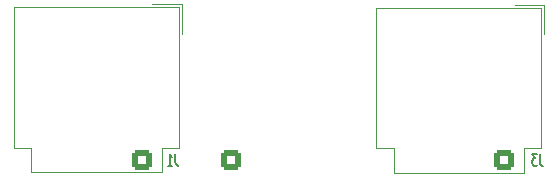
<source format=gbo>
%TF.GenerationSoftware,KiCad,Pcbnew,9.0.1*%
%TF.CreationDate,2025-06-09T14:32:15-07:00*%
%TF.ProjectId,chop-controller-heat-v2,63686f70-2d63-46f6-9e74-726f6c6c6572,rev?*%
%TF.SameCoordinates,Original*%
%TF.FileFunction,Legend,Bot*%
%TF.FilePolarity,Positive*%
%FSLAX46Y46*%
G04 Gerber Fmt 4.6, Leading zero omitted, Abs format (unit mm)*
G04 Created by KiCad (PCBNEW 9.0.1) date 2025-06-09 14:32:15*
%MOMM*%
%LPD*%
G01*
G04 APERTURE LIST*
G04 Aperture macros list*
%AMRoundRect*
0 Rectangle with rounded corners*
0 $1 Rounding radius*
0 $2 $3 $4 $5 $6 $7 $8 $9 X,Y pos of 4 corners*
0 Add a 4 corners polygon primitive as box body*
4,1,4,$2,$3,$4,$5,$6,$7,$8,$9,$2,$3,0*
0 Add four circle primitives for the rounded corners*
1,1,$1+$1,$2,$3*
1,1,$1+$1,$4,$5*
1,1,$1+$1,$6,$7*
1,1,$1+$1,$8,$9*
0 Add four rect primitives between the rounded corners*
20,1,$1+$1,$2,$3,$4,$5,0*
20,1,$1+$1,$4,$5,$6,$7,0*
20,1,$1+$1,$6,$7,$8,$9,0*
20,1,$1+$1,$8,$9,$2,$3,0*%
G04 Aperture macros list end*
%ADD10C,0.153000*%
%ADD11C,0.120000*%
%ADD12C,1.740000*%
%ADD13RoundRect,0.250560X0.619440X0.619440X-0.619440X0.619440X-0.619440X-0.619440X0.619440X-0.619440X0*%
%ADD14C,3.400000*%
%ADD15RoundRect,0.250560X-0.619440X-0.619440X0.619440X-0.619440X0.619440X0.619440X-0.619440X0.619440X0*%
%ADD16C,1.500000*%
%ADD17RoundRect,0.250001X0.499999X-0.499999X0.499999X0.499999X-0.499999X0.499999X-0.499999X-0.499999X0*%
%ADD18C,3.000000*%
%ADD19RoundRect,0.250001X-0.499999X0.499999X-0.499999X-0.499999X0.499999X-0.499999X0.499999X0.499999X0*%
%ADD20C,3.200000*%
%ADD21R,1.500000X1.050000*%
%ADD22O,1.500000X1.050000*%
%ADD23C,1.440000*%
%ADD24C,2.500000*%
G04 APERTURE END LIST*
D10*
X145314304Y-62433986D02*
X145314304Y-63148271D01*
X145314304Y-63148271D02*
X145345257Y-63291128D01*
X145345257Y-63291128D02*
X145407161Y-63386367D01*
X145407161Y-63386367D02*
X145500019Y-63433986D01*
X145500019Y-63433986D02*
X145561923Y-63433986D01*
X144664304Y-63433986D02*
X145035733Y-63433986D01*
X144850019Y-63433986D02*
X144850019Y-62433986D01*
X144850019Y-62433986D02*
X144911923Y-62576843D01*
X144911923Y-62576843D02*
X144973828Y-62672081D01*
X144973828Y-62672081D02*
X145035733Y-62719700D01*
X176175304Y-62433986D02*
X176175304Y-63148271D01*
X176175304Y-63148271D02*
X176206257Y-63291128D01*
X176206257Y-63291128D02*
X176268161Y-63386367D01*
X176268161Y-63386367D02*
X176361019Y-63433986D01*
X176361019Y-63433986D02*
X176422923Y-63433986D01*
X175927685Y-62433986D02*
X175525304Y-62433986D01*
X175525304Y-62433986D02*
X175741971Y-62814938D01*
X175741971Y-62814938D02*
X175649114Y-62814938D01*
X175649114Y-62814938D02*
X175587209Y-62862557D01*
X175587209Y-62862557D02*
X175556257Y-62910176D01*
X175556257Y-62910176D02*
X175525304Y-63005414D01*
X175525304Y-63005414D02*
X175525304Y-63243509D01*
X175525304Y-63243509D02*
X175556257Y-63338747D01*
X175556257Y-63338747D02*
X175587209Y-63386367D01*
X175587209Y-63386367D02*
X175649114Y-63433986D01*
X175649114Y-63433986D02*
X175834828Y-63433986D01*
X175834828Y-63433986D02*
X175896733Y-63386367D01*
X175896733Y-63386367D02*
X175927685Y-63338747D01*
D11*
%TO.C,J1*%
X145847638Y-49768323D02*
X145847638Y-52268323D01*
X145847638Y-49768323D02*
X143347638Y-49768323D01*
X145617638Y-61903323D02*
X144167638Y-61903323D01*
X145617638Y-50003323D02*
X145617638Y-61903323D01*
X145617638Y-50003323D02*
X131647638Y-50003323D01*
X144167638Y-64003323D02*
X144167638Y-61903323D01*
X144167638Y-64003323D02*
X133097638Y-64003323D01*
X133097638Y-64003323D02*
X133097638Y-61903323D01*
X133097638Y-61903323D02*
X131647638Y-61903323D01*
X131647638Y-50003323D02*
X131647638Y-61903323D01*
%TO.C,J3*%
X176530888Y-49819073D02*
X176530888Y-52319073D01*
X176530888Y-49819073D02*
X174030888Y-49819073D01*
X176300888Y-61954073D02*
X174850888Y-61954073D01*
X176300888Y-50054073D02*
X176300888Y-61954073D01*
X176300888Y-50054073D02*
X162330888Y-50054073D01*
X174850888Y-64054073D02*
X174850888Y-61954073D01*
X174850888Y-64054073D02*
X163780888Y-64054073D01*
X163780888Y-64054073D02*
X163780888Y-61954073D01*
X163780888Y-61954073D02*
X162330888Y-61954073D01*
X162330888Y-50054073D02*
X162330888Y-61954073D01*
%TD*%
%LPC*%
D12*
%TO.C,J1*%
X134797638Y-62933323D03*
X137337638Y-62933323D03*
X139907638Y-62933323D03*
D13*
X142447638Y-62933323D03*
D14*
X133557638Y-54293323D03*
X143717638Y-54293323D03*
%TD*%
D12*
%TO.C,J2*%
X157683638Y-62933323D03*
X155143638Y-62933323D03*
X152573638Y-62933323D03*
D15*
X150033638Y-62933323D03*
D14*
X158923638Y-54293323D03*
X148763638Y-54293323D03*
%TD*%
D12*
%TO.C,J3*%
X165480888Y-62984073D03*
X168020888Y-62984073D03*
X170590888Y-62984073D03*
D13*
X173130888Y-62984073D03*
D14*
X164240888Y-54344073D03*
X174400888Y-54344073D03*
%TD*%
D12*
%TO.C,J9*%
X146320400Y-109099000D03*
X148860400Y-109099000D03*
X151370400Y-109099000D03*
X153910400Y-109099000D03*
X156480400Y-109099000D03*
D13*
X159020400Y-109099000D03*
D14*
X145050400Y-117739000D03*
X160290400Y-117739000D03*
%TD*%
D16*
%TO.C,J11*%
X98046800Y-62012800D03*
X98046800Y-65012800D03*
X98046800Y-68012800D03*
X98046800Y-71012800D03*
X98046800Y-74012800D03*
X98046800Y-77012800D03*
X98046800Y-80012800D03*
X95046800Y-62012800D03*
X95046800Y-65012800D03*
X95046800Y-68012800D03*
X95046800Y-71012800D03*
X95046800Y-74012800D03*
X95046800Y-77012800D03*
D17*
X95046800Y-80012800D03*
D18*
X90726800Y-64152800D03*
X90726800Y-77852800D03*
%TD*%
D16*
%TO.C,J12*%
X189804000Y-92300000D03*
X189804000Y-89300000D03*
X189804000Y-86300000D03*
X189804000Y-83300000D03*
X192804000Y-92300000D03*
X192804000Y-89300000D03*
X192804000Y-86300000D03*
D19*
X192804000Y-83300000D03*
D18*
X197124000Y-90160000D03*
X197124000Y-85460000D03*
%TD*%
D12*
%TO.C,J13*%
X110235638Y-62609323D03*
D15*
X107695638Y-62609323D03*
D14*
X111505638Y-53969323D03*
X106425638Y-53969323D03*
%TD*%
D20*
%TO.C,MK1*%
X90140800Y-54022000D03*
%TD*%
%TO.C,MK2*%
X197793600Y-54022000D03*
%TD*%
%TO.C,MK3*%
X197793600Y-111387000D03*
%TD*%
%TO.C,MK4*%
X90140800Y-111387000D03*
%TD*%
D21*
%TO.C,U18*%
X111082638Y-84823323D03*
D22*
X111082638Y-86093323D03*
X111082638Y-87363323D03*
%TD*%
D23*
%TO.C,RV1*%
X121602638Y-77594323D03*
X121602638Y-75054323D03*
X121602638Y-72514323D03*
%TD*%
%TO.C,RV2*%
X120322638Y-88887323D03*
X122862638Y-88887323D03*
X125402638Y-88887323D03*
%TD*%
D18*
%TO.C,K1*%
X122618638Y-67923323D03*
D24*
X128668638Y-65973323D03*
D18*
X128668638Y-53773323D03*
X116618638Y-53723323D03*
D24*
X116668638Y-65973323D03*
%TD*%
%LPD*%
M02*

</source>
